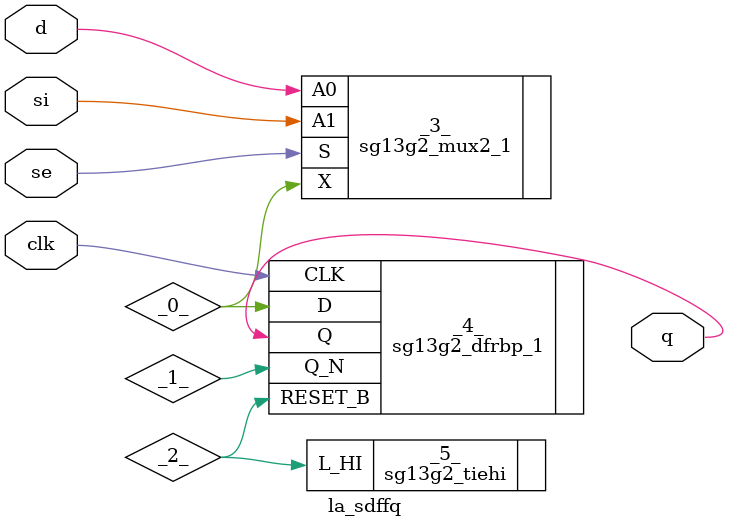
<source format=v>

/* Generated by Yosys 0.44 (git sha1 80ba43d26, g++ 11.4.0-1ubuntu1~22.04 -fPIC -O3) */

(* top =  1  *)
(* src = "generated" *)
module la_sdffq (
    d,
    si,
    se,
    clk,
    q
);
  (* src = "generated" *)
  wire _0_;
  (* unused_bits = "0" *)
  wire _1_;
  wire _2_;
  (* src = "generated" *)
  input clk;
  wire clk;
  (* src = "generated" *)
  input d;
  wire d;
  (* src = "generated" *)
  output q;
  wire q;
  (* src = "generated" *)
  input se;
  wire se;
  (* src = "generated" *)
  input si;
  wire si;
  sg13g2_mux2_1 _3_ (
      .A0(d),
      .A1(si),
      .S (se),
      .X (_0_)
  );
  (* src = "generated" *)
  sg13g2_dfrbp_1 _4_ (
      .CLK(clk),
      .D(_0_),
      .Q(q),
      .Q_N(_1_),
      .RESET_B(_2_)
  );
  sg13g2_tiehi _5_ (.L_HI(_2_));
endmodule

</source>
